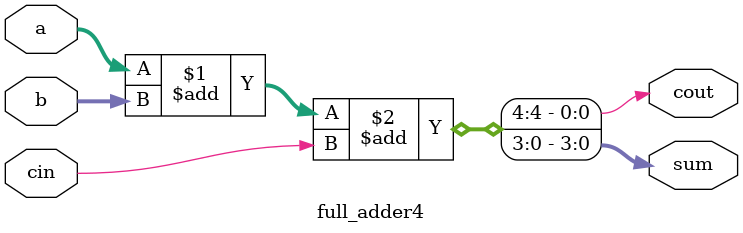
<source format=v>
module full_adder4(
    input[3:0] a,b,
    input cin,
    output[3:0] sum,
    output cout
);
    assign{cout,sum} = a+b+cin;
endmodule
</source>
